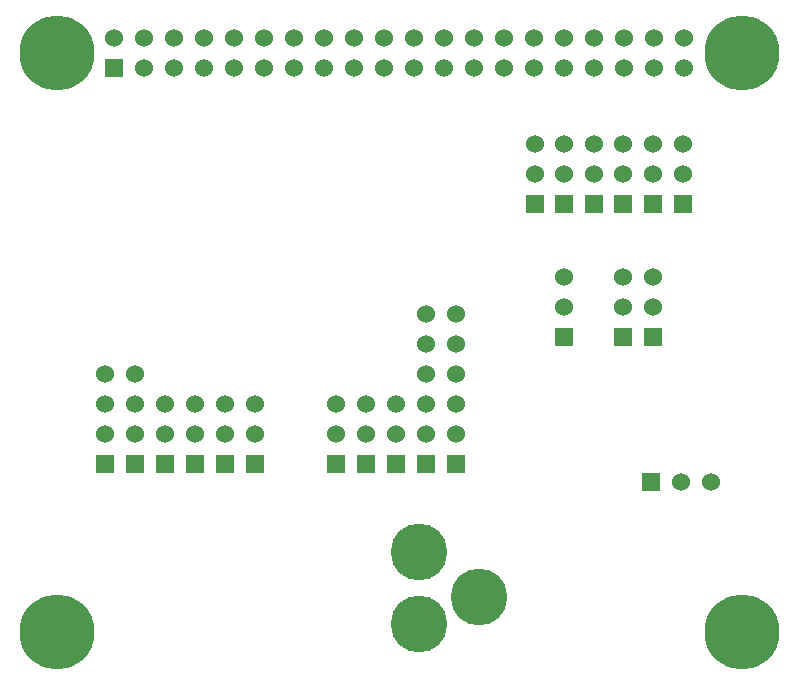
<source format=gbs>
G04 (created by PCBNEW (2013-04-19 BZR 4011)-stable) date 02/09/2014 13:09:43*
%MOIN*%
G04 Gerber Fmt 3.4, Leading zero omitted, Abs format*
%FSLAX34Y34*%
G01*
G70*
G90*
G04 APERTURE LIST*
%ADD10C,0*%
%ADD11R,0.06X0.06*%
%ADD12C,0.06*%
%ADD13C,0.189*%
%ADD14C,0.25*%
G04 APERTURE END LIST*
G54D10*
G54D11*
X4007Y-15070D03*
G54D12*
X4007Y-14070D03*
X4007Y-13070D03*
X4007Y-12070D03*
G54D11*
X5007Y-15070D03*
G54D12*
X5007Y-14070D03*
X5007Y-13070D03*
G54D11*
X7007Y-15070D03*
G54D12*
X7007Y-14070D03*
X7007Y-13070D03*
G54D11*
X10696Y-15070D03*
G54D12*
X10696Y-14070D03*
X10696Y-13070D03*
G54D11*
X12696Y-15070D03*
G54D12*
X12696Y-14070D03*
X12696Y-13070D03*
G54D11*
X8007Y-15070D03*
G54D12*
X8007Y-14070D03*
X8007Y-13070D03*
G54D11*
X11696Y-15070D03*
G54D12*
X11696Y-14070D03*
X11696Y-13070D03*
G54D11*
X14696Y-15070D03*
G54D12*
X14696Y-14070D03*
X14696Y-13070D03*
X14696Y-12070D03*
X14696Y-11070D03*
X14696Y-10070D03*
G54D11*
X3007Y-15070D03*
G54D12*
X3007Y-14070D03*
X3007Y-13070D03*
X3007Y-12070D03*
G54D11*
X6007Y-15070D03*
G54D12*
X6007Y-14070D03*
X6007Y-13070D03*
G54D11*
X13696Y-15070D03*
G54D12*
X13696Y-14070D03*
X13696Y-13070D03*
X13696Y-12070D03*
X13696Y-11070D03*
X13696Y-10070D03*
G54D13*
X13464Y-20393D03*
X13464Y-17993D03*
X15464Y-19493D03*
G54D11*
X17322Y-6413D03*
G54D12*
X17322Y-5413D03*
X17322Y-4413D03*
G54D11*
X18307Y-6413D03*
G54D12*
X18307Y-5413D03*
X18307Y-4413D03*
G54D11*
X19291Y-6413D03*
G54D12*
X19291Y-5413D03*
X19291Y-4413D03*
G54D11*
X20275Y-6413D03*
G54D12*
X20275Y-5413D03*
X20275Y-4413D03*
G54D11*
X21259Y-6413D03*
G54D12*
X21259Y-5413D03*
X21259Y-4413D03*
G54D11*
X18307Y-10842D03*
G54D12*
X18307Y-9842D03*
X18307Y-8842D03*
G54D11*
X20275Y-10842D03*
G54D12*
X20275Y-9842D03*
X20275Y-8842D03*
G54D11*
X21259Y-10842D03*
G54D12*
X21259Y-9842D03*
X21259Y-8842D03*
G54D11*
X22244Y-6413D03*
G54D12*
X22244Y-5413D03*
X22244Y-4413D03*
G54D11*
X3295Y-1877D03*
G54D12*
X3295Y-877D03*
X8295Y-1877D03*
X4295Y-877D03*
X9295Y-1877D03*
X5295Y-877D03*
X10295Y-1877D03*
X6295Y-877D03*
X11295Y-1877D03*
X7295Y-877D03*
X12295Y-1877D03*
X8295Y-877D03*
X13295Y-1877D03*
X9295Y-877D03*
X14295Y-1877D03*
X10295Y-877D03*
X15295Y-1877D03*
X11295Y-877D03*
X16295Y-1877D03*
X12295Y-877D03*
X17295Y-1877D03*
X13295Y-877D03*
X18295Y-1877D03*
X14295Y-877D03*
X15295Y-877D03*
X19295Y-1877D03*
X16295Y-877D03*
X18295Y-877D03*
X19295Y-877D03*
X20295Y-877D03*
X21295Y-877D03*
X20295Y-1877D03*
X21295Y-1877D03*
X4295Y-1877D03*
X5295Y-1877D03*
X6295Y-1877D03*
X7295Y-1877D03*
X22295Y-1877D03*
X22295Y-877D03*
X17295Y-877D03*
G54D11*
X21204Y-15669D03*
G54D12*
X22204Y-15669D03*
X23204Y-15669D03*
G54D14*
X24212Y-20669D03*
X1377Y-20669D03*
X24212Y-1377D03*
X1377Y-1377D03*
M02*

</source>
